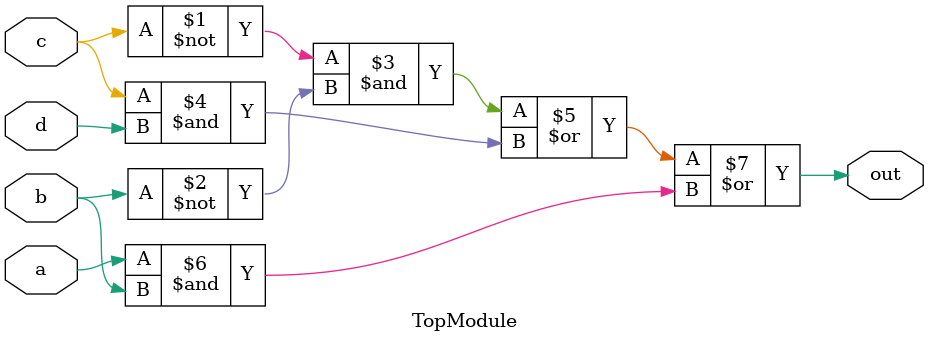
<source format=sv>
module TopModule (
    input logic a,
    input logic b,
    input logic c,
    input logic d,
    output logic out
);

    assign out = (~c & ~b) | (c & d) | (a & b);

endmodule
</source>
